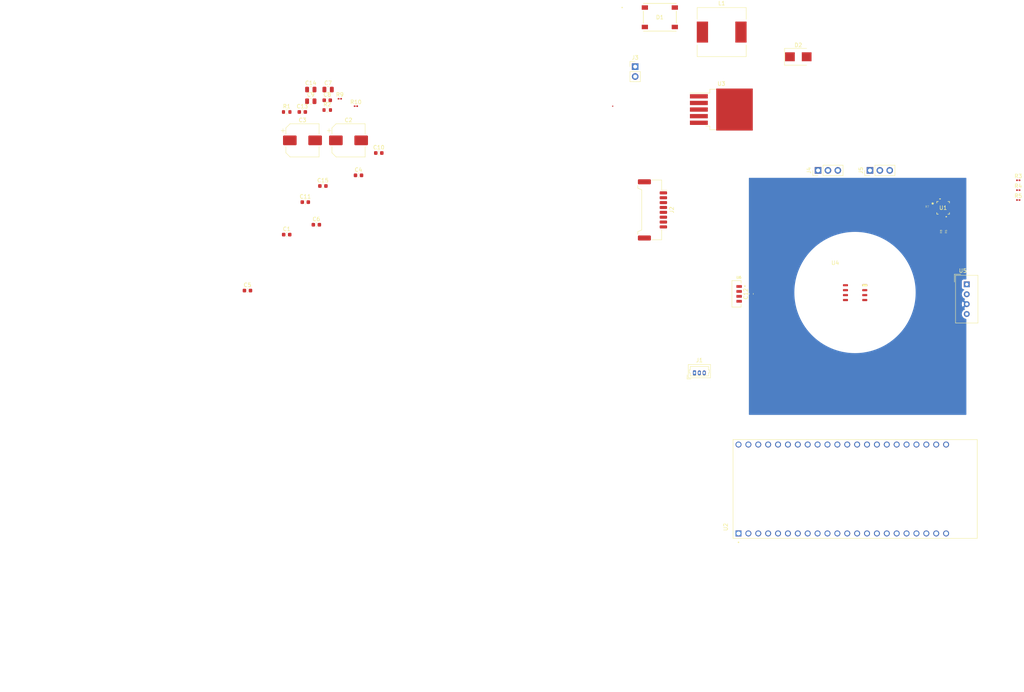
<source format=kicad_pcb>
(kicad_pcb (version 20211014) (generator pcbnew)
  (layers (0 "F.Cu" mixed) (31 "B.Cu" power) (34 "B.Paste" user) (35 "F.Paste" user) (36 "B.SilkS" user "B.Silkscreen") (37 "F.SilkS" user "F.Silkscreen") (38 "B.Mask" user) (39 "F.Mask" user) (44 "Edge.Cuts" user))
  (net 0 "")
  (net 1 "GND")
  (net 2 "Net-(C1-Pad2)")
  (net 3 "Net-(C2-Pad2)")
  (net 4 "+5V")
  (net 5 "Net-(C4-Pad1)")
  (net 6 "+3.3V")
  (net 7 "/24_VAC")
  (net 8 "/AC_COM")
  (net 9 "Net-(D2-Pad1)")
  (net 10 "Net-(J1-Pad1)")
  (net 11 "Net-(J1-Pad2)")
  (net 12 "Net-(J1-Pad3)")
  (net 13 "/TFT_BL")
  (net 14 "/TFT_CS")
  (net 15 "/TFT_DC")
  (net 16 "/TFT_RST")
  (net 17 "/TFT_SDA{slash}MOSI")
  (net 18 "/TFT_SCK")
  (net 19 "/MCU_R1")
  (net 20 "/MCU_R2")
  (net 21 "/I2C_SDA")
  (net 22 "/I2C_SCL")
  (net 23 "/TMC_UH")
  (net 24 "/TMC_UL")
  (net 25 "/TMC_VH")
  (net 26 "/TMC_VL")
  (net 27 "/TMC_WH")
  (net 28 "/TMC_WL")
  (net 29 "/TMC_DIAG")
  (footprint "Sensor:Aosong_DHT11_5.5x12.0_P2.54mm" (layer "F.Cu") (at 261.0825 91.5375)
    (fp_text reference "U5" (at -1 -3.5) (layer "F.SilkS"))
    (fp_text value "DHT20")
    (fp_line (start -2.87 -2.32) (end 2.87 -2.32) (layer "F.SilkS") (width 0.12))
    (fp_line (start 2.88 9.94) (end -2.88 9.94) (layer "F.SilkS") (width 0.12))
    (fp_line (start -3.16 -2.6) (end -1.55 -2.6) (layer "F.SilkS") (width 0.12))
    (fp_line (start -2.88 9.94) (end -2.88 -2.31) (layer "F.SilkS") (width 0.12))
    (fp_line (start 2.88 -2.32) (end 2.88 9.94) (layer "F.SilkS") (width 0.12))
    (fp_line (start -3.16 -2.6) (end -3.16 -0.6) (layer "F.SilkS") (width 0.12))
    (pad "1" thru_hole rect (at 0 0) (size 1.5 1.5) (drill 0.8) (layers *.Cu *.Mask) (net 6 "+3.3V"))
    (pad "2" thru_hole circle (at 0 2.54) (size 1.5 1.5) (drill 0.8) (layers *.Cu *.Mask) (net 21 "/I2C_SDA"))
    (pad "3" thru_hole circle (at 0 5.08) (size 1.5 1.5) (drill 0.8) (layers *.Cu *.Mask) (net 1 "GND"))
    (pad "4" thru_hole circle (at 0 7.62) (size 1.5 1.5) (drill 0.8) (layers *.Cu *.Mask) (net 22 "/I2C_SCL"))
  )
  (footprint "Capacitor_SMD:C_0603_1608Metric" (layer "F.Cu") (at 93.98 76.2)
    (fp_text reference "C6" (at 0 -1.43) (layer "F.SilkS"))
    (fp_text value "0.1uF")
    (fp_line (start -0.14058 0.51) (end 0.14058 0.51) (layer "F.SilkS") (width 0.12))
    (fp_line (start -0.14058 -0.51) (end 0.14058 -0.51) (layer "F.SilkS") (width 0.12))
    (pad "1" smd roundrect (at -0.775 0) (size 0.9 0.95) (layers "F.Cu" "F.Paste" "F.Mask") (net 4 "+5V"))
    (pad "2" smd roundrect (at 0.775 0) (size 0.9 0.95) (layers "F.Cu" "F.Paste" "F.Mask") (net 1 "GND"))
  )
  (footprint "Capacitor_SMD:C_0603_1608Metric" (layer "F.Cu") (at 110.02 57.76)
    (fp_text reference "C10" (at 0 -1.43) (layer "F.SilkS"))
    (fp_text value "0.1uF")
    (fp_line (start -0.14058 -0.51) (end 0.14058 -0.51) (layer "F.SilkS") (width 0.12))
    (fp_line (start -0.14058 0.51) (end 0.14058 0.51) (layer "F.SilkS") (width 0.12))
    (pad "1" smd roundrect (at -0.775 0) (size 0.9 0.95) (layers "F.Cu" "F.Paste" "F.Mask") (net 6 "+3.3V"))
    (pad "2" smd roundrect (at 0.775 0) (size 0.9 0.95) (layers "F.Cu" "F.Paste" "F.Mask") (net 1 "GND"))
  )
  (footprint "Capacitor_SMD:CP_Elec_8x10" (layer "F.Cu") (at 90.415 54.51)
    (fp_text reference "C3" (at 0 -5.2) (layer "F.SilkS"))
    (fp_text value "100uF/50V")
    (fp_line (start -4.26 3.195563) (end -4.26 1.51) (layer "F.SilkS") (width 0.12))
    (fp_line (start 4.26 -4.26) (end 4.26 -1.51) (layer "F.SilkS") (width 0.12))
    (fp_line (start 4.26 4.26) (end 4.26 1.51) (layer "F.SilkS") (width 0.12))
    (fp_line (start -3.195563 -4.26) (end 4.26 -4.26) (layer "F.SilkS") (width 0.12))
    (fp_line (start -5 -3.01) (end -5 -2.01) (layer "F.SilkS") (width 0.12))
    (fp_line (start -3.195563 4.26) (end 4.26 4.26) (layer "F.SilkS") (width 0.12))
    (fp_line (start -4.26 3.195563) (end -3.195563 4.26) (layer "F.SilkS") (width 0.12))
    (fp_line (start -4.26 -3.195563) (end -4.26 -1.51) (layer "F.SilkS") (width 0.12))
    (fp_line (start -5.5 -2.51) (end -4.5 -2.51) (layer "F.SilkS") (width 0.12))
    (fp_line (start -4.26 -3.195563) (end -3.195563 -4.26) (layer "F.SilkS") (width 0.12))
    (pad "1" smd roundrect (at -3.25 0) (size 3.5 2.5) (layers "F.Cu" "F.Paste" "F.Mask") (roundrect_rratio 0.1) (net 4 "+5V"))
    (pad "2" smd roundrect (at 3.25 0) (size 3.5 2.5) (layers "F.Cu" "F.Paste" "F.Mask") (roundrect_rratio 0.1) (net 1 "GND"))
  )
  (footprint "Capacitor_SMD:C_0603_1608Metric" (layer "F.Cu") (at 90.37 47.21)
    (fp_text reference "C13" (at 0 -1.43) (layer "F.SilkS"))
    (fp_text value "0.1uF")
    (fp_line (start -0.14058 -0.51) (end 0.14058 -0.51) (layer "F.SilkS") (width 0.12))
    (fp_line (start -0.14058 0.51) (end 0.14058 0.51) (layer "F.SilkS") (width 0.12))
    (pad "1" smd roundrect (at -0.775 0) (size 0.9 0.95) (layers "F.Cu" "F.Paste" "F.Mask") (net 6 "+3.3V"))
    (pad "2" smd roundrect (at 0.775 0) (size 0.9 0.95) (layers "F.Cu" "F.Paste" "F.Mask") (net 1 "GND"))
  )
  (footprint "Resistor_SMD:R_0201_0603Metric" (layer "F.Cu") (at 254.635 76.545 90)
    (fp_text reference "R8" (at -1.433 -0.127 90) (layer "F.SilkS") (effects (font (size 0.5 0.5) (thickness 0.05))))
    (fp_text value "10k" hide)
    (pad "1" smd roundrect (at -0.32 0 90) (size 0.46 0.4) (layers "F.Cu" "F.Mask") (net 1 "GND"))
    (pad "2" smd roundrect (at 0.32 0 90) (size 0.46 0.4) (layers "F.Cu" "F.Mask") (net 28 "/TMC_WL"))
  )
  (footprint "Capacitor_SMD:C_0805_2012Metric" (layer "F.Cu") (at 92.55 41.44)
    (fp_text reference "C14" (at 0 -1.68) (layer "F.SilkS"))
    (fp_text value "10uF")
    (fp_line (start -0.261252 -0.735) (end 0.261252 -0.735) (layer "F.SilkS") (width 0.12))
    (fp_line (start -0.261252 0.735) (end 0.261252 0.735) (layer "F.SilkS") (width 0.12))
    (pad "1" smd roundrect (at -0.95 0) (size 1 1.45) (layers "F.Cu" "F.Paste" "F.Mask") (net 1 "GND"))
    (pad "2" smd roundrect (at 0.95 0) (size 1 1.45) (layers "F.Cu" "F.Paste" "F.Mask") (net 6 "+3.3V"))
  )
  (footprint "DBF310_13 (1):DBF_DIO-L" (layer "F.Cu") (at 182.2304 22.86)
    (fp_text reference "D1" (at 0 0 unlocked) (layer "F.SilkS"))
    (fp_text value "DBF310")
    (fp_line (start -4.2291 3.556) (end 4.2291 3.556) (layer "F.SilkS") (width 0.1524))
    (fp_line (start -4.2291 -1.59576) (end -4.2291 1.59576) (layer "F.SilkS") (width 0.1524))
    (fp_line (start 4.2291 -3.556) (end -4.2291 -3.556) (layer "F.SilkS") (width 0.1524))
    (fp_line (start 4.2291 1.59576) (end 4.2291 -1.59576) (layer "F.SilkS") (width 0.1524))
    (fp_circle (center -9.699 -2.5) (end -9.5974 -2.5) (layer "F.SilkS") (width 0.1524) (fill none))
    (pad "1" smd rect (at -3.8481 -2.5) (size 1.6002 1.143) (layers "F.Cu" "F.Paste" "F.Mask") (net 3 "Net-(C2-Pad2)"))
    (pad "2" smd rect (at 3.8481 -2.5) (size 1.6002 1.143) (layers "F.Cu" "F.Paste" "F.Mask") (net 7 "/24_VAC"))
    (pad "3" smd rect (at -3.8481 2.5) (size 1.6002 1.143) (layers "F.Cu" "F.Paste" "F.Mask") (net 8 "/AC_COM"))
    (pad "4" smd rect (at 3.8481 2.5) (size 1.6002 1.143) (layers "F.Cu" "F.Paste" "F.Mask") (net 1 "GND"))
  )
  (footprint "Resistor_SMD:R_0603_1608Metric" (layer "F.Cu") (at 96.78 46.71)
    (fp_text reference "R2" (at 0 -1.43) (layer "F.SilkS"))
    (fp_text value "2.2k")
    (fp_line (start -0.237258 -0.5225) (end 0.237258 -0.5225) (layer "F.SilkS") (width 0.12))
    (fp_line (start -0.237258 0.5225) (end 0.237258 0.5225) (layer "F.SilkS") (width 0.12))
    (pad "1" smd roundrect (at -0.825 0) (size 0.8 0.95) (layers "F.Cu" "F.Paste" "F.Mask") (net 22 "/I2C_SCL"))
    (pad "2" smd roundrect (at 0.825 0) (size 0.8 0.95) (layers "F.Cu" "F.Paste" "F.Mask") (net 6 "+3.3V"))
  )
  (footprint "Connector_Molex:Molex_PicoBlade_53047-0310_1x03_P1.25mm_Vertical" (layer "F.Cu") (at 191.135 114.3)
    (fp_text reference "J1" (at 1.25 -3.25) (layer "F.SilkS"))
    (fp_text value "BLDC_conn")
    (fp_line (start -1.1 -1.65) (end 1.25 -1.65) (layer "F.SilkS") (width 0.12))
    (fp_line (start -1.9 1.55) (end -1.9 0.55) (layer "F.SilkS") (width 0.12))
    (fp_line (start 1.25 0.75) (end -1.1 0.75) (layer "F.SilkS") (width 0.12))
    (fp_line (start 3.8 -0.8) (end 3.6 -0.8) (layer "F.SilkS") (width 0.12))
    (fp_line (start -1.61 1.26) (end 4.11 1.26) (layer "F.SilkS") (width 0.12))
    (fp_line (start -1.3 0) (end -1.3 -0.8) (layer "F.SilkS") (width 0.12))
    (fp_line (start -1.1 -0.8) (end -1.1 -1.65) (layer "F.SilkS") (width 0.12))
    (fp_line (start -1.61 -2.16) (end -1.61 1.26) (layer "F.SilkS") (width 0.12))
    (fp_line (start 1.25 0.75) (end 3.6 0.75) (layer "F.SilkS") (width 0.12))
    (fp_line (start 3.6 0.75) (end 3.6 0) (layer "F.SilkS") (width 0.12))
    (fp_line (start 3.8 0) (end 3.8 -0.8) (layer "F.SilkS") (width 0.12))
    (fp_line (start -1.9 1.55) (end -0.9 1.55) (layer "F.SilkS") (width 0.12))
    (fp_line (start -1.1 0.75) (end -1.1 0) (layer "F.SilkS") (width 0.12))
    (fp_line (start -1.1 0) (end -1.3 0) (layer "F.SilkS") (width 0.12))
    (fp_line (start 3.6 -0.8) (end 3.6 -1.65) (layer "F.SilkS") (width 0.12))
    (fp_line (start 3.6 0) (end 3.8 0) (layer "F.SilkS") (width 0.12))
    (fp_line (start 4.11 1.26) (end 4.11 -2.16) (layer "F.SilkS") (width 0.12))
    (fp_line (start 4.11 -2.16) (end -1.61 -2.16) (layer "F.SilkS") (width 0.12))
    (fp_line (start 3.6 -1.65) (end 1.25 -1.65) (layer "F.SilkS") (width 0.12))
    (fp_line (start -1.3 -0.8) (end -1.1 -0.8) (layer "F.SilkS") (width 0.12))
    (pad "1" thru_hole roundrect (at 0 0) (size 0.8 1.3) (drill 0.5) (layers *.Cu *.Mask) (net 10 "Net-(J1-Pad1)"))
    (pad "2" thru_hole oval (at 1.25 0) (size 0.8 1.3) (drill 0.5) (layers *.Cu *.Mask) (net 11 "Net-(J1-Pad2)"))
    (pad "3" thru_hole oval (at 2.5 0) (size 0.8 1.3) (drill 0.5) (layers *.Cu *.Mask) (net 12 "Net-(J1-Pad3)"))
  )
  (footprint "Capacitor_SMD:C_0603_1608Metric" (layer "F.Cu") (at 91.14 70.39)
    (fp_text reference "C11" (at 0 -1.43) (layer "F.SilkS"))
    (fp_text value "0.1uF")
    (fp_line (start -0.14058 -0.51) (end 0.14058 -0.51) (layer "F.SilkS") (width 0.12))
    (fp_line (start -0.14058 0.51) (end 0.14058 0.51) (layer "F.SilkS") (width 0.12))
    (pad "1" smd roundrect (at -0.775 0) (size 0.9 0.95) (layers "F.Cu" "F.Paste" "F.Mask") (net 1 "GND"))
    (pad "2" smd roundrect (at 0.775 0) (size 0.9 0.95) (layers "F.Cu" "F.Paste" "F.Mask") (net 6 "+3.3V"))
  )
  (footprint "Resistor_SMD:R_0603_1608Metric" (layer "F.Cu") (at 86.36 47.21)
    (fp_text reference "R1" (at 0 -1.43) (layer "F.SilkS"))
    (fp_text value "2.2k")
    (fp_line (start -0.237258 -0.5225) (end 0.237258 -0.5225) (layer "F.SilkS") (width 0.12))
    (fp_line (start -0.237258 0.5225) (end 0.237258 0.5225) (layer "F.SilkS") (width 0.12))
    (pad "1" smd roundrect (at -0.825 0) (size 0.8 0.95) (layers "F.Cu" "F.Paste" "F.Mask") (net 21 "/I2C_SDA"))
    (pad "2" smd roundrect (at 0.825 0) (size 0.8 0.95) (layers "F.Cu" "F.Paste" "F.Mask") (net 6 "+3.3V"))
  )
  (footprint "Resistor_SMD:R_0201_0603Metric" (layer "F.Cu") (at 274.32 67.31)
    (fp_text reference "R4" (at 0 -1.05) (layer "F.SilkS"))
    (fp_text value "10k")
    (pad "1" smd roundrect (at -0.32 0) (size 0.46 0.4) (layers "F.Cu" "F.Mask") (net 1 "GND"))
    (pad "2" smd roundrect (at 0.32 0) (size 0.46 0.4) (layers "F.Cu" "F.Mask") (net 24 "/TMC_UL"))
  )
  (footprint "Connector_Molex:Molex_Panelmate_53780-0870_1x08-1MP_P1.25mm_Horizontal" (layer "F.Cu") (at 180.34 72.39 -90)
    (fp_text reference "J2" (at 0 -4.95 90) (layer "F.SilkS"))
    (fp_text value "TFT_conn")
    (fp_line (start -5.035 -2.36) (end -5.035 -3.75) (layer "F.SilkS") (width 0.12))
    (fp_line (start -5.565 3.76) (end -5.165 2.76) (layer "F.SilkS") (width 0.12))
    (fp_line (start -7.685 -2.36) (end -5.035 -2.36) (layer "F.SilkS") (width 0.12))
    (fp_line (start -5.165 2.76) (end 5.165 2.76) (layer "F.SilkS") (width 0.12))
    (fp_line (start -7.685 0.14) (end -7.685 -2.36) (layer "F.SilkS") (width 0.12))
    (fp_line (start 5.565 3.76) (end 6.315 3.76) (layer "F.SilkS") (width 0.12))
    (fp_line (start 7.685 -2.36) (end 5.035 -2.36) (layer "F.SilkS") (width 0.12))
    (fp_line (start 7.685 0.14) (end 7.685 -2.36) (layer "F.SilkS") (width 0.12))
    (fp_line (start 5.165 2.76) (end 5.565 3.76) (layer "F.SilkS") (width 0.12))
    (fp_line (start -6.315 3.76) (end -5.565 3.76) (layer "F.SilkS") (width 0.12))
    (pad "1" smd roundrect (at -4.375 -2.8 270) (size 0.8 1.9) (layers "F.Cu" "F.Paste" "F.Mask") (net 13 "/TFT_BL"))
    (pad "2" smd roundrect (at -3.125 -2.8 270) (size 0.8 1.9) (layers "F.Cu" "F.Paste" "F.Mask") (net 14 "/TFT_CS"))
    (pad "3" smd roundrect (at -1.875 -2.8 270) (size 0.8 1.9) (layers "F.Cu" "F.Paste" "F.Mask") (net 15 "/TFT_DC"))
    (pad "4" smd roundrect (at -0.625 -2.8 270) (size 0.8 1.9) (layers "F.Cu" "F.Paste" "F.Mask") (net 16 "/TFT_RST"))
    (pad "5" smd roundrect (at 0.625 -2.8 270) (size 0.8 1.9) (layers "F.Cu" "F.Paste" "F.Mask") (net 17 "/TFT_SDA{slash}MOSI"))
    (pad "6" smd roundrect (at 1.875 -2.8 270) (size 0.8 1.9) (layers "F.Cu" "F.Paste" "F.Mask") (net 18 "/TFT_SCK"))
    (pad "7" smd roundrect (at 3.125 -2.8 270) (size 0.8 1.9) (layers "F.Cu" "F.Paste" "F.Mask") (net 6 "+3.3V"))
    (pad "8" smd roundrect (at 4.375 -2.8 270) (size 0.8 1.9) (layers "F.Cu" "F.Paste" "F.Mask") (net 1 "GND"))
    (pad "MP" smd roundrect (at 7.225 2.075 270) (size 1.3 3.35) (layers "F.Cu" "F.Paste" "F.Mask") (roundrect_rratio 0.192308))
    (pad "MP" smd roundrect (at -7.225 2.075 270) (size 1.3 3.35) (layers "F.Cu" "F.Paste" "F.Mask") (roundrect_rratio 0.192308))
  )
  (footprint "Resistor_SMD:R_0201_0603Metric" (layer "F.Cu") (at 100.01 43.82)
    (fp_text reference "R9" (at 0 -1.05) (layer "F.SilkS"))
    (fp_text value "10k")
    (pad "1" smd roundrect (at -0.32 0) (size 0.46 0.4) (layers "F.Cu" "F.Mask") (net 1 "GND"))
    (pad "2" smd roundrect (at 0.32 0) (size 0.46 0.4) (layers "F.Cu" "F.Mask") (net 19 "/MCU_R1"))
  )
  (footprint "Package_TO_SOT_SMD:TO-263-5_TabPin3" (layer "F.Cu") (at 198.035 46.59)
    (fp_text reference "U3" (at 0 -6.65) (layer "F.SilkS"))
    (fp_text value "LM2596S-5")
    (fp_line (start -2.95 5.2) (end -2.95 4.25) (layer "F.SilkS") (width 0.12))
    (fp_line (start -2.95 -4.25) (end -8.075 -4.25) (layer "F.SilkS") (width 0.12))
    (fp_line (start -2.95 -5.2) (end -2.95 -4.25) (layer "F.SilkS") (width 0.12))
    (fp_line (start -1.45 -5.2) (end -2.95 -5.2) (layer "F.SilkS") (width 0.12))
    (fp_line (start -1.45 5.2) (end -2.95 5.2) (layer "F.SilkS") (width 0.12))
    (fp_line (start -2.95 4.25) (end -4.05 4.25) (layer "F.SilkS") (width 0.12))
    (pad "1" smd rect (at -5.775 -3.4) (size 4.6 1.1) (layers "F.Cu" "F.Paste" "F.Mask") (net 3 "Net-(C2-Pad2)"))
    (pad "2" smd rect (at -5.775 -1.7) (size 4.6 1.1) (layers "F.Cu" "F.Paste" "F.Mask") (net 9 "Net-(D2-Pad1)"))
    (pad "3" smd rect (at 3.375 0) (size 9.4 10.8) (layers "F.Cu" "F.Mask") (net 1 "GND"))
    (pad "3" smd rect (at -5.775 0) (size 4.6 1.1) (layers "F.Cu" "F.Paste" "F.Mask") (net 1 "GND"))
    (pad "4" smd rect (at -5.775 1.7) (size 4.6 1.1) (layers "F.Cu" "F.Paste" "F.Mask") (net 4 "+5V"))
    (pad "5" smd rect (at -5.775 3.4) (size 4.6 1.1) (layers "F.Cu" "F.Paste" "F.Mask") (net 1 "GND"))
  )
  (footprint "VEML7700-TR:XDCR_VEML7700-TR" (layer "F.Cu") (at 201.93 93.98)
    (fp_text reference "U6" (at 0.607 -4.2164) (layer "F.SilkS") (effects (font (size 0.64 0.64))))
    (fp_text value "VEML7700-TR")
    (fp_line (start 1.175 -3.4) (end -1.175 -3.4) (layer "F.SilkS") (width 0.127))
    (fp_line (start 1.175 -3.4) (end 1.175 -2.7) (layer "F.SilkS") (width 0.127))
    (fp_line (start -1.175 3.4) (end 1.175 3.4) (layer "F.SilkS") (width 0.127))
    (fp_line (start 1.175 3.4) (end 1.175 2.7) (layer "F.SilkS") (width 0.127))
    (fp_line (start -1.175 -3.4) (end -1.175 3.4) (layer "F.SilkS") (width 0.127))
    (fp_circle (center 2.13948 -1.99811) (end 2.23948 -1.99811) (layer "F.SilkS") (width 0.2) (fill none))
    (pad "1" smd rect (at 0.675 -1.905) (size 1.4 0.7) (layers "F.Cu" "F.Paste" "F.Mask") (net 21 "/I2C_SDA"))
    (pad "2" smd rect (at 0.675 -0.635) (size 1.4 0.7) (layers "F.Cu" "F.Paste" "F.Mask") (net 6 "+3.3V"))
    (pad "3" smd rect (at 0.675 0.635) (size 1.4 0.7) (layers "F.Cu" "F.Paste" "F.Mask") (net 1 "GND"))
    (pad "4" smd rect (at 0.675 1.905) (size 1.4 0.7) (layers "F.Cu" "F.Paste" "F.Mask") (net 22 "/I2C_SCL"))
  )
  (footprint "ESP32-S3-DEVKITC-1-N8R2:XCVR_ESP32-S3-DEVKITC-1-N8R2" (layer "F.Cu") (at 232.41 144.145 90)
    (fp_text reference "U2" (at -9.775 -33.255 90) (layer "F.SilkS"))
    (fp_text value "ESP32-S3-DEVKITC-1-N8R2")
    (fp_line (start 12.7 -31.37) (end 12.7 31.37) (layer "F.SilkS") (width 0.127))
    (fp_line (start -12.7 -31.37) (end 12.7 -31.37) (layer "F.SilkS") (width 0.127))
    (fp_line (start -12.7 31.37) (end -12.7 -31.37) (layer "F.SilkS") (width 0.127))
    (fp_line (start 12.7 31.37) (end -12.7 31.37) (layer "F.SilkS") (width 0.127))
    (fp_circle (center -13.716 -29.972) (end -13.616 -29.972) (layer "F.SilkS") (width 0.2) (fill none))
    (pad "J1_1" thru_hole rect (at -11.43 -29.97 90) (size 1.53 1.53) (drill 1.02) (layers *.Cu *.Mask) (net 6 "+3.3V"))
    (pad "J1_2" thru_hole circle (at -11.43 -27.43 90) (size 1.53 1.53) (drill 1.02) (layers *.Cu *.Mask) (net 6 "+3.3V"))
    (pad "J1_3" thru_hole circle (at -11.43 -24.89 90) (size 1.53 1.53) (drill 1.02) (layers *.Cu *.Mask))
    (pad "J1_4" thru_hole circle (at -11.43 -22.35 90) (size 1.53 1.53) (drill 1.02) (layers *.Cu *.Mask) (net 25 "/TMC_VH"))
    (pad "J1_5" thru_hole circle (at -11.43 -19.81 90) (size 1.53 1.53) (drill 1.02) (layers *.Cu *.Mask) (net 26 "/TMC_VL"))
    (pad "J1_6" thru_hole circle (at -11.43 -17.27 90) (size 1.53 1.53) (drill 1.02) (layers *.Cu *.Mask) (net 27 "/TMC_WH"))
    (pad "J1_7" thru_hole circle (at -11.43 -14.73 90) (size 1.53 1.53) (drill 1.02) (layers *.Cu *.Mask) (net 28 "/TMC_WL"))
    (pad "J1_8" thru_hole circle (at -11.43 -12.19 90) (size 1.53 1.53) (drill 1.02) (layers *.Cu *.Mask) (net 17 "/TFT_SDA{slash}MOSI"))
    (pad "J1_9" thru_hole circle (at -11.43 -9.65 90) (size 1.53 1.53) (drill 1.02) (layers *.Cu *.Mask))
    (pad "J1_10" thru_hole circle (at -11.43 -7.11 90) (size 1.53 1.53) (drill 1.02) (layers *.Cu *.Mask))
    (pad "J1_11" thru_hole circle (at -11.43 -4.57 90) (size 1.53 1.53) (drill 1.02) (layers *.Cu *.Mask) (net 16 "/TFT_RST"))
    (pad "J1_12" thru_hole circle (at -11.43 -2.03 90) (size 1.53 1.53) (drill 1.02) (layers *.Cu *.Mask) (net 21 "/I2C_SDA"))
    (pad "J1_13" thru_hole circle (at -11.43 0.51 90) (size 1.53 1.53) (drill 1.02) (layers *.Cu *.Mask))
    (pad "J1_14" thru_hole circle (at -11.43 3.05 90) (size 1.53 1.53) (drill 1.02) (layers *.Cu *.Mask))
    (pad "J1_15" thru_hole circle (at -11.43 5.59 90) (size 1.53 1.53) (drill 1.02) (layers *.Cu *.Mask) (net 22 "/I2C_SCL"))
    (pad "J1_16" thru_hole circle (at -11.43 8.13 90) (size 1.53 1.53) (drill 1.02) (layers *.Cu *.Mask) (net 14 "/TFT_CS"))
    (pad "J1_17" thru_hole circle (at -11.43 10.67 90) (size 1.53 1.53) (drill 1.02) (layers *.Cu *.Mask) (net 15 "/TFT_DC"))
    (pad "J1_18" thru_hole circle (at -11.43 13.21 90) (size 1.53 1.53) (drill 1.02) (layers *.Cu *.Mask) (net 13 "/TFT_BL"))
    (pad "J1_19" thru_hole circle (at -11.43 15.75 90) (size 1.53 1.53) (drill 1.02) (layers *.Cu *.Mask))
    (pad "J1_20" thru_hole circle (at -11.43 18.29 90) (size 1.53 1.53) (drill 1.02) (layers *.Cu *.Mask) (net 18 "/TFT_SCK"))
    (pad "J1_21" thru_hole circle (at -11.43 20.83 90) (size 1.53 1.53) (drill 1.02) (layers *.Cu *.Mask) (net 4 "+5V"))
    (pad "J1_22" thru_hole circle (at -11.43 23.37 90) (size 1.53 1.53) (drill 1.02) (layers *.Cu *.Mask) (net 1 "GND"))
    (pad "J3_1" thru_hole circle (at 11.43 -29.97 90) (size 1.53 1.53) (drill 1.02) (layers *.Cu *.Mask) (net 1 "GND"))
    (pad "J3_2" thru_hole circle (at 11.43 -27.43 90) (size 1.53 1.53) (drill 1.02) (layers *.Cu *.Mask))
    (pad "J3_3" thru_hole circle (at 11.43 -24.89 90) (size 1.53 1.53) (drill 1.02) (layers *.Cu *.Mask))
    (pad "J3_4" thru_hole circle (at 11.43 -22.35 90) (size 1.53 1.53) (drill 1.02) (layers *.Cu *.Mask) (net 23 "/TMC_UH"))
    (pad "J3_5" thru_hole circle (at 11.43 -19.81 90) (size 1.53 1.53) (drill 1.02) (layers *.Cu *.Mask) (net 24 "/TMC_UL"))
    (pad "J3_6" thru_hole circle (at 11.43 -17.27 90) (size 1.53 1.53) (drill 1.02) (layers *.Cu *.Mask))
    (pad "J3_7" thru_hole circle (at 11.43 -14.73 90) (size 1.53 1.53) (drill 1.02) (layers *.Cu *.Mask))
    (pad "J3_8" thru_hole circle (at 11.43 -12.19 90) (size 1.53 1.53) (drill 1.02) (layers *.Cu *.Mask))
    (pad "J3_9" thru_hole circle (at 11.43 -9.65 90) (size 1.53 1.53) (drill 1.02) (layers *.Cu *.Mask))
    (pad "J3_10" thru_hole circle (at 11.43 -7.11 90) (size 1.53 1.53) (drill 1.02) (layers *.Cu *.Mask))
    (pad "J3_11" thru_hole circle (at 11.43 -4.57 90) (size 1.53 1.53) (drill 1.02) (layers *.Cu *.Mask))
    (pad "J3_12" thru_hole circle (at 11.43 -2.03 90) (size 1.53 1.53) (drill 1.02) (layers *.Cu *.Mask))
    (pad "J3_13" thru_hole circle (at 11.43 0.51 90) (size 1.53 1.53) (drill 1.02) (layers *.Cu *.Mask))
    (pad "J3_14" thru_hole circle (at 11.43 3.05 90) (size 1.53 1.53) (drill 1.02) (layers *.Cu *.Mask))
    (pad "J3_15" thru_hole circle (at 11.43 5.59 90) (size 1.53 1.53) (drill 1.02) (layers *.Cu *.Mask))
    (pad "J3_16" thru_hole circle (at 11.43 8.13 90) (size 1.53 1.53) (drill 1.02) (layers *.Cu *.Mask))
    (pad "J3_17" thru_hole circle (at 11.43 10.67 90) (size 1.53 1.53) (drill 1.02) (layers *.Cu *.Mask))
    (pad "J3_18" thru_hole circle (at 11.43 13.21 90) (size 1.53 1.53) (drill 1.02) (layers *.Cu *.Mask))
    (pad "J3_19" thru_hole circle (at 11.43 15.75 90) (size 1.53 1.53) (drill 1.02) (layers *.Cu *.Mask))
    (pad "J3_20" thru_hole circle (at 11.43 18.29 90) (size 1.53 1.53) (drill 1.02) (layers *.Cu *.Mask))
    (pad "J3_21" thru_hole circle (at 11.43 20.83 90) (size 1.53 1.53) (drill 1.02) (layers *.Cu *.Mask) (net 1 "GND"))
    (pad "J3_22" thru_hole circle (at 11.43 23.37 90) (size 1.53 1.53) (drill 1.02) (layers *.Cu *.Mask) (net 1 "GND"))
  )
  (footprint "Capacitor_SMD:C_0805_2012Metric" (layer "F.Cu") (at 92.55 44.45)
    (fp_text reference "C9" (at 0 -1.68) (layer "F.SilkS"))
    (fp_text value "10uF")
    (fp_line (start -0.261252 -0.735) (end 0.261252 -0.735) (layer "F.SilkS") (width 0.12))
    (fp_line (start -0.261252 0.735) (end 0.261252 0.735) (layer "F.SilkS") (width 0.12))
    (pad "1" smd roundrect (at -0.95 0) (size 1 1.45) (layers "F.Cu" "F.Paste" "F.Mask") (net 1 "GND"))
    (pad "2" smd roundrect (at 0.95 0) (size 1 1.45) (layers "F.Cu" "F.Paste" "F.Mask") (net 6 "+3.3V"))
  )
  (footprint "Capacitor_SMD:C_0603_1608Metric" (layer "F.Cu") (at 95.66 66.24)
    (fp_text reference "C15" (at 0 -1.43) (layer "F.SilkS"))
    (fp_text value "0.1uF")
    (fp_line (start -0.14058 -0.51) (end 0.14058 -0.51) (layer "F.SilkS") (width 0.12))
    (fp_line (start -0.14058 0.51) (end 0.14058 0.51) (layer "F.SilkS") (width 0.12))
    (pad "1" smd roundrect (at -0.775 0) (size 0.9 0.95) (layers "F.Cu" "F.Paste" "F.Mask") (net 1 "GND"))
    (pad "2" smd roundrect (at 0.775 0) (size 0.9 0.95) (layers "F.Cu" "F.Paste" "F.Mask") (net 6 "+3.3V"))
  )
  (footprint "Diode_SMD:D_SMB" (layer "F.Cu") (at 217.805 33.02)
    (fp_text reference "D2" (at 0 -3) (layer "F.SilkS"))
    (fp_text value "SS24")
    (fp_line (start -3.55 2.15) (end 2.15 2.15) (layer "F.SilkS") (width 0.12))
    (fp_line (start -3.55 -2.15) (end 2.15 -2.15) (layer "F.SilkS") (width 0.12))
    (fp_line (start -3.55 -2.15) (end -3.55 2.15) (layer "F.SilkS") (width 0.12))
    (pad "1" smd rect (at -2.15 0) (size 2.5 2.3) (layers "F.Cu" "F.Paste" "F.Mask") (net 9 "Net-(D2-Pad1)"))
    (pad "2" smd rect (at 2.15 0) (size 2.5 2.3) (layers "F.Cu" "F.Paste" "F.Mask") (net 1 "GND"))
  )
  (footprint "Capacitor_SMD:C_0603_1608Metric" (layer "F.Cu") (at 96.78 44.2)
    (fp_text reference "C8" (at 0 -1.43) (layer "F.SilkS"))
    (fp_text value "0.1uF")
    (fp_line (start -0.14058 -0.51) (end 0.14058 -0.51) (layer "F.SilkS") (width 0.12))
    (fp_line (start -0.14058 0.51) (end 0.14058 0.51) (layer "F.SilkS") (width 0.12))
    (pad "1" smd roundrect (at -0.775 0) (size 0.9 0.95) (layers "F.Cu" "F.Paste" "F.Mask") (net 1 "GND"))
    (pad "2" smd roundrect (at 0.775 0) (size 0.9 0.95) (layers "F.Cu" "F.Paste" "F.Mask") (net 6 "+3.3V"))
  )
  (footprint "Resistor_SMD:R_0201_0603Metric" (layer "F.Cu") (at 274.32 64.77)
    (fp_text reference "R3" (at 0 -1.05) (layer "F.SilkS"))
    (fp_text value "10k")
    (pad "1" smd roundrect (at -0.32 0) (size 0.46 0.4) (layers "F.Cu" "F.Mask") (net 1 "GND"))
    (pad "2" smd roundrect (at 0.32 0) (size 0.46 0.4) (layers "F.Cu" "F.Mask") (net 23 "/TMC_UH"))
  )
  (footprint "Capacitor_SMD:C_0603_1608Metric" (layer "F.Cu") (at 205.74 93.98 90)
    (fp_text reference "C12" (at 0 -1.43 90) (layer "F.SilkS"))
    (fp_text value "0.1uF")
    (fp_line (start -0.14058 -0.51) (end 0.14058 -0.51) (layer "F.SilkS") (width 0.12))
    (fp_line (start -0.14058 0.51) (end 0.14058 0.51) (layer "F.SilkS") (width 0.12))
    (pad "1" smd roundrect (at -0.775 0 90) (size 0.9 0.95) (layers "F.Cu" "F.Paste" "F.Mask") (net 1 "GND"))
    (pad "2" smd roundrect (at 0.775 0 90) (size 0.9 0.95) (layers "F.Cu" "F.Paste" "F.Mask") (net 6 "+3.3V"))
  )
  (footprint "Connector_PinHeader_2.54mm:PinHeader_1x03_P2.54mm_Vertical" (layer "F.Cu") (at 222.885 62.23 90)
    (fp_text reference "J4" (at 0 -2.33 90) (layer "F.SilkS"))
    (fp_text value "Heating_Relay")
    (fp_line (start -1.33 1.27) (end -1.33 6.41) (layer "F.SilkS") (width 0.12))
    (fp_line (start -1.33 6.41) (end 1.33 6.41) (layer "F.SilkS") (width 0.12))
    (fp_line (start -1.33 1.27) (end 1.33 1.27) (layer "F.SilkS") (width 0.12))
    (fp_line (start -1.33 -1.33) (end 0 -1.33) (layer "F.SilkS") (width 0.12))
    (fp_line (start -1.33 0) (end -1.33 -1.33) (layer "F.SilkS") (width 0.12))
    (fp_line (start 1.33 1.27) (end 1.33 6.41) (layer "F.SilkS") (width 0.12))
    (pad "1" thru_hole rect (at 0 0 90) (size 1.7 1.7) (drill 1) (layers *.Cu *.Mask) (net 1 "GND"))
    (pad "2" thru_hole oval (at 0 2.54 90) (size 1.7 1.7) (drill 1) (layers *.Cu *.Mask) (net 19 "/MCU_R1"))
    (pad "3" thru_hole oval (at 0 5.08 90) (size 1.7 1.7) (drill 1) (layers *.Cu *.Mask) (net 6 "+3.3V"))
  )
  (footprint "Capacitor_SMD:C_0603_1608Metric" (layer "F.Cu") (at 76.28 93.13)
    (fp_text reference "C5" (at 0 -1.43) (layer "F.SilkS"))
    (fp_text value "0.1uF")
    (fp_line (start -0.14058 -0.51) (end 0.14058 -0.51) (layer "F.SilkS") (width 0.12))
    (fp_line (start -0.14058 0.51) (end 0.14058 0.51) (layer "F.SilkS") (width 0.12))
    (pad "1" smd roundrect (at -0.775 0) (size 0.9 0.95) (layers "F.Cu" "F.Paste" "F.Mask") (net 6 "+3.3V"))
    (pad "2" smd roundrect (at 0.775 0) (size 0.9 0.95) (layers "F.Cu" "F.Paste" "F.Mask") (net 1 "GND"))
  )
  (footprint "Capacitor_SMD:C_0603_1608Metric" (layer "F.Cu") (at 104.81 63.5)
    (fp_text reference "C4" (at 0 -1.43) (layer "F.SilkS"))
    (fp_text value "0.1uF")
    (fp_line (start -0.14058 0.51) (end 0.14058 0.51) (layer "F.SilkS") (width 0.12))
    (fp_line (start -0.14058 -0.51) (end 0.14058 -0.51) (layer "F.SilkS") (width 0.12))
    (pad "1" smd roundrect (at -0.775 0) (size 0.9 0.95) (layers "F.Cu" "F.Paste" "F.Mask") (net 5 "Net-(C4-Pad1)"))
    (pad "2" smd roundrect (at 0.775 0) (size 0.9 0.95) (layers "F.Cu" "F.Paste" "F.Mask") (net 4 "+5V"))
  )
  (footprint "MT6701:MT6701" (layer "F.Cu") (at 232.375 93.62857)
    (fp_text reference "U4" (at -5.08 -7.62 unlocked) (layer "F.SilkS"))
    (fp_text value "MT6701")
    (pad "1" smd roundrect (at -2.45 -1.87 90) (size 0.55 1.3) (layers "F.Cu" "F.Paste" "F.Mask") (net 6 "+3.3V"))
    (pad "2" smd roundrect (at -2.45 -0.6 90) (size 0.55 1.3) (layers "F.Cu" "F.Paste" "F.Mask") (net 6 "+3.3V"))
    (pad "3" smd roundrect (at -2.45 0.67 90) (size 0.55 1.3) (layers "F.Cu" "F.Paste" "F.Mask"))
    (pad "4" smd roundrect (at -2.45 1.94 90) (size 0.55 1.3) (layers "F.Cu" "F.Paste" "F.Mask") (net 1 "GND"))
    (pad "5" smd roundrect (at 2.5 1.94 90) (size 0.55 1.3) (layers "F.Cu" "F.Paste" "F.Mask"))
    (pad "6" smd roundrect (at 2.5 0.67 90) (size 0.55 1.3) (layers "F.Cu" "F.Paste" "F.Mask") (net 21 "/I2C_SDA"))
    (pad "7" smd roundrect (at 2.5 -0.6 90) (size 0.55 1.3) (layers "F.Cu" "F.Paste" "F.Mask") (net 22 "/I2C_SCL"))
    (pad "8" smd roundrect (at 2.5 -1.87 90) (size 0.55 1.3) (layers "F.Cu" "F.Paste" "F.SilkS" "F.Mask") (net 6 "+3.3V"))
  )
  (footprint "Capacitor_SMD:CP_Elec_8x10" (layer "F.Cu") (at 102.245 54.51)
    (fp_text reference "C2" (at 0 -5.2) (layer "F.SilkS"))
    (fp_text value "100uF/50V")
    (fp_line (start -3.195563 4.26) (end 4.26 4.26) (layer "F.SilkS") (width 0.12))
    (fp_line (start -3.195563 -4.26) (end 4.26 -4.26) (layer "F.SilkS") (width 0.12))
    (fp_line (start 4.26 -4.26) (end 4.26 -1.51) (layer "F.SilkS") (width 0.12))
    (fp_line (start 4.26 4.26) (end 4.26 1.51) (layer "F.SilkS") (width 0.12))
    (fp_line (start -4.26 -3.195563) (end -3.195563 -4.26) (layer "F.SilkS") (width 0.12))
    (fp_line (start -5.5 -2.51) (end -4.5 -2.51) (layer "F.SilkS") (width 0.12))
    (fp_line (start -5 -3.01) (end -5 -2.01) (layer "F.SilkS") (width 0.12))
    (fp_line (start -4.26 -3.195563) (end -4.26 -1.51) (layer "F.SilkS") (width 0.12))
    (fp_line (start -4.26 3.195563) (end -4.26 1.51) (layer "F.SilkS") (width 0.12))
    (fp_line (start -4.26 3.195563) (end -3.195563 4.26) (layer "F.SilkS") (width 0.12))
    (pad "1" smd roundrect (at -3.25 0) (size 3.5 2.5) (layers "F.Cu" "F.Paste" "F.Mask") (roundrect_rratio 0.1) (net 1 "GND"))
    (pad "2" smd roundrect (at 3.25 0) (size 3.5 2.5) (layers "F.Cu" "F.Paste" "F.Mask") (roundrect_rratio 0.1) (net 3 "Net-(C2-Pad2)"))
  )
  (footprint "Capacitor_SMD:C_0805_2012Metric" (layer "F.Cu") (at 97 41.44)
    (fp_text reference "C7" (at 0 -1.68) (layer "F.SilkS"))
    (fp_text value "22uF")
    (fp_line (start -0.261252 0.735) (end 0.261252 0.735) (layer "F.SilkS") (width 0.12))
    (fp_line (start -0.261252 -0.735) (end 0.261252 -0.735) (layer "F.SilkS") (width 0.12))
    (pad "1" smd roundrect (at -0.95 0) (size 1 1.45) (layers "F.Cu" "F.Paste" "F.Mask") (net 4 "+5V"))
    (pad "2" smd roundrect (at 0.95 0) (size 1 1.45) (layers "F.Cu" "F.Paste" "F.Mask") (net 1 "GND"))
  )
  (footprint "ul_TMC6300-LA:21-100586_K2033&plus_1C_ADI-M" (layer "F.Cu") (at 255.016 71.8566)
    (fp_text reference "U1" (at 0 0 unlocked) (layer "F.SilkS"))
    (fp_text value "TMC6300-LA")
    (fp_text user "*" (at -2.6924 -0.8) (layer "F.SilkS"))
    (fp_text user "*" (at -2.6924 -0.8 unlocked) (layer "F.SilkS"))
    (fp_line (start 1.6256 1.6256) (end 1.6256 1.234341) (layer "F.SilkS") (width 0.1524))
    (fp_line (start -1.234341 -1.6256) (end -1.6256 -1.6256) (layer "F.SilkS") (width 0.1524))
    (fp_line (start -1.6256 1.6256) (end -1.234341 1.6256) (layer "F.SilkS") (width 0.1524))
    (fp_line (start -1.6256 1.234341) (end -1.6256 1.6256) (layer "F.SilkS") (width 0.1524))
    (fp_line (start 1.6256 -1.234341) (end 1.6256 -1.6256) (layer "F.SilkS") (width 0.1524))
    (fp_line (start -1.6256 -1.6256) (end -1.6256 -1.234341) (layer "F.SilkS") (width 0.1524))
    (fp_line (start 1.6256 -1.6256) (end 1.234341 -1.6256) (layer "F.SilkS") (width 0.1524))
    (fp_line (start 1.234341 1.6256) (end 1.6256 1.6256) (layer "F.SilkS") (width 0.1524))
    (fp_poly (pts (xy 0.609501 2.159) (xy 0.609501 2.413) (xy 0.990501 2.413) (xy 0.990501 2.159)) (layer "F.SilkS") (width 0) (fill solid))
    (fp_poly (pts (xy -0.990501 -2.159) (xy -0.990501 -2.413) (xy -0.609501 -2.413) (xy -0.609501 -2.159)) (layer "F.SilkS") (width 0) (fill solid))
    (pad "1" smd rect (at -1.4732 -0.800001 90) (size 0.2032 0.8636) (layers "F.Cu" "F.Paste" "F.Mask") (net 12 "Net-(J1-Pad3)"))
    (pad "2" smd rect (at -1.4732 -0.399999 90) (size 0.2032 0.8636) (layers "F.Cu" "F.Paste" "F.Mask") (net 5 "Net-(C4-Pad1)"))
    (pad "3" smd rect (at -1.4732 0 90) (size 0.2032 0.8636) (layers "F.Cu" "F.Paste" "F.Mask") (net 23 "/TMC_UH"))
    (pad "4" smd rect (at -1.4732 0.399999 90) (size 0.2032 0.8636) (layers "F.Cu" "F.Paste" "F.Mask") (net 25 "/TMC_VH"))
    (pad "5" smd rect (at -1.4732 0.800001 90) (size 0.2032 0.8636) (layers "F.Cu" "F.Paste" "F.Mask") (net 27 "/TMC_WH"))
    (pad "6" smd rect (at -0.800001 1.4732) (size 0.2032 0.8636) (layers "F.Cu" "F.Paste" "F.Mask") (net 24 "/TMC_UL"))
    (pad "7" smd rect (at -0.399999 1.4732) (size 0.2032 0.8636) (layers "F.Cu" "F.Paste" "F.Mask") (net 28 "/TMC_WL"))
    (pad "8" smd rect (at 0 1.4732) (size 0.2032 0.8636) (layers "F.Cu" "F.Paste" "F.Mask") (net 1 "GND"))
    (pad "9" smd rect (at 0.399999 1.4732) (size 0.2032 0.8636) (layers "F.Cu" "F.Paste" "F.Mask") (net 1 "GND"))
    (pad "10" smd rect (at 0.800001 1.4732) (size 0.2032 0.8636) (layers "F.Cu" "F.Paste" "F.Mask") (net 26 "/TMC_VL"))
    (pad "11" smd rect (at 1.4732 0.800001 90) (size 0.2032 0.8636) (layers "F.Cu" "F.Paste" "F.Mask") (net 6 "+3.3V"))
    (pad "12" smd rect (at 1.4732 0.399999 90) (size 0.2032 0.8636) (layers "F.Cu" "F.Paste" "F.Mask") (net 29 "/TMC_DIAG"))
    (pad "13" smd rect (at 1.4732 0 90) (size 0.2032 0.8636) (layers "F.Cu" "F.Paste" "F.Mask") (net 2 "Net-(C1-Pad2)"))
    (pad "14" smd rect (at 1.4732 -0.399999 90) (size 0.2032 0.8636) (layers "F.Cu" "F.Paste" "F.Mask") (net 1 "GND"))
    (pad "15" smd rect (at 1.4732 -0.800001 90) (size 0.2032 0.8636) (layers "F.Cu" "F.Paste" "F.Mask") (net 10 "Net-(J1-Pad1)"))
    (pad "16" smd rect (at 0.800001 -1.4732) (size 0.2032 0.8636) (layers "F.Cu" "F.Paste" "F.Mask") (net 1 "GND"))
    (pad "17" smd rect (at 0.399999 -1.4732) (size 0.2032 0.8636) (layers "F.Cu" "F.Paste" "F.Mask") (net 11 "Net-(J1-Pad2)"))
    (pad "18" smd rect (at 0 -1.4732) (size 0.2032 0.8636) (layers "F.Cu" "F.Paste" "F.Mask") (net 4 "+5V"))
    (pad "19" smd rect (at -0.399999 -1.4732) (size 0.2032 0.8636) (layers "F.Cu" "F.Paste" "F.Mask"))
    (pad "20" smd rect (at -0.800001 -1.4732) (size 0.2032 0.8636) (layers "F.Cu" "F.Paste" "F.Mask") (net 1 "GND"))
    (pad "21" smd rect (at 0 0) (size 1.8034 1.8034) (layers "F.Cu" "F.Paste" "F.Mask") (net 1 "GND"))
  )
  (footprint "Inductor_SMD:L_12x12mm_H8mm" (layer "F.Cu") (at 198.12 26.67)
    (fp_text reference "L1" (at 0 -7.4) (layer "F.SilkS"))
    (fp_text value "150uH")
    (fp_line (start 6.3 -6.3) (end 6.3 -3.3) (layer "F.SilkS") (width 0.12))
    (fp_line (start -6.3 -6.3) (end 6.3 -6.3) (layer "F.SilkS") (width 0.12))
    (fp_line (start -6.3 -3.3) (end -6.3 -6.3) (layer "F.SilkS") (width 0.12))
    (fp_line (start 6.3 6.3) (end -6.3 6.3) (layer "F.SilkS") (width 0.12))
    (fp_line (start 6.3 3.3) (end 6.3 6.3) (layer "F.SilkS") (width 0.12))
    (fp_line (start -6.3 6.3) (end -6.3 3.3) (layer "F.SilkS") (width 0.12))
    (pad "1" smd rect (at -4.95 0) (size 2.9 5.4) (layers "F.Cu" "F.Paste" "F.Mask") (net 9 "Net-(D2-Pad1)"))
    (pad "2" smd rect (at 4.95 0) (size 2.9 5.4) (layers "F.Cu" "F.Paste" "F.Mask") (net 4 "+5V"))
  )
  (footprint "Resistor_SMD:R_0201_0603Metric" (layer "F.Cu") (at 250.906 72.644)
    (fp_text reference "R7" (at 0 -1.05) (layer "F.SilkS") (effects (font (size 0.5 0.5) (thickness 0.05))))
    (fp_text value "10k" hide)
    (pad "1" smd roundrect (at -0.32 0) (size 0.46 0.4) (layers "F.Cu" "F.Mask") (net 1 "GND"))
    (pad "2" smd roundrect (at 0.32 0) (size 0.46 0.4) (layers "F.Cu" "F.Mask") (net 27 "/TMC_WH"))
  )
  (footprint "Resistor_SMD:R_0201_0603Metric" (layer "F.Cu") (at 274.32 69.85)
    (fp_text reference "R5" (at 0 -1.05) (layer "F.SilkS"))
    (fp_text value "10k")
    (pad "1" smd roundrect (at -0.32 0) (size 0.46 0.4) (layers "F.Cu" "F.Mask") (net 1 "GND"))
    (pad "2" smd roundrect (at 0.32 0) (size 0.46 0.4) (layers "F.Cu" "F.Mask") (net 25 "/TMC_VH"))
  )
  (footprint "Resistor_SMD:R_0201_0603Metric" (layer "F.Cu") (at 255.778 76.545 90)
    (fp_text reference "R6" (at -1.433 0 90) (layer "F.SilkS") (effects (font (size 0.5 0.5) (thickness 0.05))))
    (fp_text value "10k" hide)
    (pad "1" smd roundrect (at -0.32 0 90) (size 0.46 0.4) (layers "F.Cu" "F.Mask") (net 1 "GND"))
    (pad "2" smd roundrect (at 0.32 0 90) (size 0.46 0.4) (layers "F.Cu" "F.Mask") (net 26 "/TMC_VL"))
  )
  (footprint "Capacitor_SMD:C_0603_1608Metric" (layer "F.Cu") (at 86.36 78.74)
    (fp_text reference "C1" (at 0 -1.43) (layer "F.SilkS"))
    (fp_text value "0.1uF")
    (fp_line (start -0.14058 -0.51) (end 0.14058 -0.51) (layer "F.SilkS") (width 0.12))
    (fp_line (start -0.14058 0.51) (end 0.14058 0.51) (layer "F.SilkS") (width 0.12))
    (pad "1" smd roundrect (at -0.775 0) (size 0.9 0.95) (layers "F.Cu" "F.Paste" "F.Mask") (net 1 "GND"))
    (pad "2" smd roundrect (at 0.775 0) (size 0.9 0.95) (layers "F.Cu" "F.Paste" "F.Mask") (net 2 "Net-(C1-Pad2)"))
  )
  (footprint "Resistor_SMD:R_0201_0603Metric" (layer "F.Cu") (at 104.14 45.72)
    (fp_text reference "R10" (at 0 -1.05) (layer "F.SilkS"))
    (fp_text value "10k")
    (pad "1" smd roundrect (at -0.32 0) (size 0.46 0.4) (layers "F.Cu" "F.Mask") (net 1 "GND"))
    (pad "2" smd roundrect (at 0.32 0) (size 0.46 0.4) (layers "F.Cu" "F.Mask") (net 20 "/MCU_R2"))
  )
  (footprint "Connector_PinHeader_2.54mm:PinHeader_1x02_P2.54mm_Vertical" (layer "F.Cu") (at 175.895 35.555)
    (fp_text reference "J3" (at 0 -2.33) (layer "F.SilkS"))
    (fp_text value "AC Terminal")
    (fp_line (start 1.33 1.27) (end 1.33 3.87) (layer "F.SilkS") (width 0.12))
    (fp_line (start -1.33 1.27) (end -1.33 3.87) (layer "F.SilkS") (width 0.12))
    (fp_line (start -1.33 0) (end -1.33 -1.33) (layer "F.SilkS") (width 0.12))
    (fp_line (start -1.33 -1.33) (end 0 -1.33) (layer "F.SilkS") (width 0.12))
    (fp_line (start -1.33 1.27) (end 1.33 1.27) (layer "F.SilkS") (width 0.12))
    (fp_line (start -1.33 3.87) (end 1.33 3.87) (layer "F.SilkS") (width 0.12))
    (pad "1" thru_hole rect (at 0 0) (size 1.7 1.7) (drill 1) (layers *.Cu *.Mask) (net 7 "/24_VAC"))
    (pad "2" thru_hole oval (at 0 2.54) (size 1.7 1.7) (drill 1) (layers *.Cu *.Mask) (net 8 "/AC_COM"))
  )
  (footprint "Connector_PinHeader_2.54mm:PinHeader_1x03_P2.54mm_Vertical" (layer "F.Cu") (at 236.22 62.23 90)
    (fp_text reference "J5" (at 0 -2.33 90) (layer "F.SilkS"))
    (fp_text value "Cooling_Relay")
    (fp_line (start -1.33 1.27) (end 1.33 1.27) (layer "F.SilkS") (width 0.12))
    (fp_line (start -1.33 6.41) (end 1.33 6.41) (layer "F.SilkS") (width 0.12))
    (fp_line (start -1.33 0) (end -1.33 -1.33) (layer "F.SilkS") (width 0.12))
    (fp_line (start -1.33 1.27) (end -1.33 6.41) (layer "F.SilkS") (width 0.12))
    (fp_line (start 1.33 1.27) (end 1.33 6.41) (layer "F.SilkS") (width 0.12))
    (fp_line (start -1.33 -1.33) (end 0 -1.33) (layer "F.SilkS") (width 0.12))
    (pad "1" thru_hole rect (at 0 0 90) (size 1.7 1.7) (drill 1) (layers *.Cu *.Mask) (net 1 "GND"))
    (pad "2" thru_hole oval (at 0 2.54 90) (size 1.7 1.7) (drill 1) (layers *.Cu *.Mask) (net 20 "/MCU_R2"))
    (pad "3" thru_hole oval (at 0 5.08 90) (size 1.7 1.7) (drill 1) (layers *.Cu *.Mask) (net 6 "+3.3V"))
  )
  (segment (start 170.05 45.72) (end 170.18 45.72) (width 0.25) (layer "F.Cu") (net 4))
  (zone (net 1) (net_name "GND") (layer "B.Cu") (connect_pads (clearance 0.508)) (min_thickness 0.254) (fill yes (thermal_gap 0.508) (thermal_bridge_width 0.508))
    (polygon (pts (xy 260.985 125.095) (xy 205.105 125.095) (xy 205.105 64.135) (xy 260.985 64.135)))
  )
)
</source>
